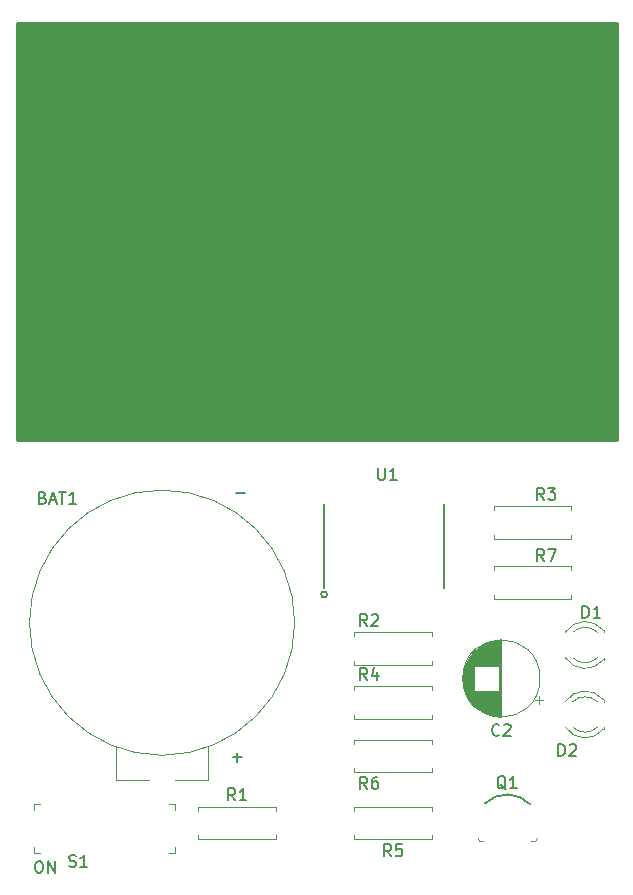
<source format=gto>
G04 #@! TF.GenerationSoftware,KiCad,Pcbnew,5.1.0-060a0da~80~ubuntu16.04.1*
G04 #@! TF.CreationDate,2019-04-04T16:50:19+05:30*
G04 #@! TF.ProjectId,555_Badge,3535355f-4261-4646-9765-2e6b69636164,v01*
G04 #@! TF.SameCoordinates,Original*
G04 #@! TF.FileFunction,Legend,Top*
G04 #@! TF.FilePolarity,Positive*
%FSLAX46Y46*%
G04 Gerber Fmt 4.6, Leading zero omitted, Abs format (unit mm)*
G04 Created by KiCad (PCBNEW 5.1.0-060a0da~80~ubuntu16.04.1) date 2019-04-04 16:50:19*
%MOMM*%
%LPD*%
G04 APERTURE LIST*
%ADD10C,0.150000*%
%ADD11C,0.100000*%
%ADD12C,0.120000*%
%ADD13C,0.203200*%
%ADD14C,0.254000*%
G04 APERTURE END LIST*
D10*
X130190952Y-124674380D02*
X130381428Y-124674380D01*
X130476666Y-124722000D01*
X130571904Y-124817238D01*
X130619523Y-125007714D01*
X130619523Y-125341047D01*
X130571904Y-125531523D01*
X130476666Y-125626761D01*
X130381428Y-125674380D01*
X130190952Y-125674380D01*
X130095714Y-125626761D01*
X130000476Y-125531523D01*
X129952857Y-125341047D01*
X129952857Y-125007714D01*
X130000476Y-124817238D01*
X130095714Y-124722000D01*
X130190952Y-124674380D01*
X131048095Y-125674380D02*
X131048095Y-124674380D01*
X131619523Y-125674380D01*
X131619523Y-124674380D01*
X146685047Y-115895428D02*
X147446952Y-115895428D01*
X147066000Y-116276380D02*
X147066000Y-115514476D01*
X146939047Y-93543428D02*
X147700952Y-93543428D01*
D11*
X136804400Y-117805200D02*
X139649200Y-117805200D01*
X144627600Y-117805200D02*
X141782800Y-117805200D01*
X136804400Y-115062000D02*
X136804400Y-117805200D01*
X144627600Y-115062000D02*
X144627600Y-117805200D01*
X151942800Y-104495600D02*
G75*
G03X151942800Y-104495600I-11226800J0D01*
G01*
D12*
X172708000Y-109220000D02*
G75*
G03X172708000Y-109220000I-3270000J0D01*
G01*
X169438000Y-112450000D02*
X169438000Y-105990000D01*
X169398000Y-112450000D02*
X169398000Y-105990000D01*
X169358000Y-112450000D02*
X169358000Y-105990000D01*
X169318000Y-112448000D02*
X169318000Y-105992000D01*
X169278000Y-112447000D02*
X169278000Y-105993000D01*
X169238000Y-112444000D02*
X169238000Y-105996000D01*
X169198000Y-112442000D02*
X169198000Y-110260000D01*
X169198000Y-108180000D02*
X169198000Y-105998000D01*
X169158000Y-112438000D02*
X169158000Y-110260000D01*
X169158000Y-108180000D02*
X169158000Y-106002000D01*
X169118000Y-112435000D02*
X169118000Y-110260000D01*
X169118000Y-108180000D02*
X169118000Y-106005000D01*
X169078000Y-112431000D02*
X169078000Y-110260000D01*
X169078000Y-108180000D02*
X169078000Y-106009000D01*
X169038000Y-112426000D02*
X169038000Y-110260000D01*
X169038000Y-108180000D02*
X169038000Y-106014000D01*
X168998000Y-112421000D02*
X168998000Y-110260000D01*
X168998000Y-108180000D02*
X168998000Y-106019000D01*
X168958000Y-112415000D02*
X168958000Y-110260000D01*
X168958000Y-108180000D02*
X168958000Y-106025000D01*
X168918000Y-112409000D02*
X168918000Y-110260000D01*
X168918000Y-108180000D02*
X168918000Y-106031000D01*
X168878000Y-112402000D02*
X168878000Y-110260000D01*
X168878000Y-108180000D02*
X168878000Y-106038000D01*
X168838000Y-112395000D02*
X168838000Y-110260000D01*
X168838000Y-108180000D02*
X168838000Y-106045000D01*
X168798000Y-112387000D02*
X168798000Y-110260000D01*
X168798000Y-108180000D02*
X168798000Y-106053000D01*
X168758000Y-112379000D02*
X168758000Y-110260000D01*
X168758000Y-108180000D02*
X168758000Y-106061000D01*
X168717000Y-112370000D02*
X168717000Y-110260000D01*
X168717000Y-108180000D02*
X168717000Y-106070000D01*
X168677000Y-112361000D02*
X168677000Y-110260000D01*
X168677000Y-108180000D02*
X168677000Y-106079000D01*
X168637000Y-112351000D02*
X168637000Y-110260000D01*
X168637000Y-108180000D02*
X168637000Y-106089000D01*
X168597000Y-112341000D02*
X168597000Y-110260000D01*
X168597000Y-108180000D02*
X168597000Y-106099000D01*
X168557000Y-112330000D02*
X168557000Y-110260000D01*
X168557000Y-108180000D02*
X168557000Y-106110000D01*
X168517000Y-112318000D02*
X168517000Y-110260000D01*
X168517000Y-108180000D02*
X168517000Y-106122000D01*
X168477000Y-112306000D02*
X168477000Y-110260000D01*
X168477000Y-108180000D02*
X168477000Y-106134000D01*
X168437000Y-112294000D02*
X168437000Y-110260000D01*
X168437000Y-108180000D02*
X168437000Y-106146000D01*
X168397000Y-112281000D02*
X168397000Y-110260000D01*
X168397000Y-108180000D02*
X168397000Y-106159000D01*
X168357000Y-112267000D02*
X168357000Y-110260000D01*
X168357000Y-108180000D02*
X168357000Y-106173000D01*
X168317000Y-112253000D02*
X168317000Y-110260000D01*
X168317000Y-108180000D02*
X168317000Y-106187000D01*
X168277000Y-112238000D02*
X168277000Y-110260000D01*
X168277000Y-108180000D02*
X168277000Y-106202000D01*
X168237000Y-112222000D02*
X168237000Y-110260000D01*
X168237000Y-108180000D02*
X168237000Y-106218000D01*
X168197000Y-112206000D02*
X168197000Y-110260000D01*
X168197000Y-108180000D02*
X168197000Y-106234000D01*
X168157000Y-112190000D02*
X168157000Y-110260000D01*
X168157000Y-108180000D02*
X168157000Y-106250000D01*
X168117000Y-112172000D02*
X168117000Y-110260000D01*
X168117000Y-108180000D02*
X168117000Y-106268000D01*
X168077000Y-112154000D02*
X168077000Y-110260000D01*
X168077000Y-108180000D02*
X168077000Y-106286000D01*
X168037000Y-112136000D02*
X168037000Y-110260000D01*
X168037000Y-108180000D02*
X168037000Y-106304000D01*
X167997000Y-112116000D02*
X167997000Y-110260000D01*
X167997000Y-108180000D02*
X167997000Y-106324000D01*
X167957000Y-112096000D02*
X167957000Y-110260000D01*
X167957000Y-108180000D02*
X167957000Y-106344000D01*
X167917000Y-112076000D02*
X167917000Y-110260000D01*
X167917000Y-108180000D02*
X167917000Y-106364000D01*
X167877000Y-112054000D02*
X167877000Y-110260000D01*
X167877000Y-108180000D02*
X167877000Y-106386000D01*
X167837000Y-112032000D02*
X167837000Y-110260000D01*
X167837000Y-108180000D02*
X167837000Y-106408000D01*
X167797000Y-112010000D02*
X167797000Y-110260000D01*
X167797000Y-108180000D02*
X167797000Y-106430000D01*
X167757000Y-111986000D02*
X167757000Y-110260000D01*
X167757000Y-108180000D02*
X167757000Y-106454000D01*
X167717000Y-111962000D02*
X167717000Y-110260000D01*
X167717000Y-108180000D02*
X167717000Y-106478000D01*
X167677000Y-111936000D02*
X167677000Y-110260000D01*
X167677000Y-108180000D02*
X167677000Y-106504000D01*
X167637000Y-111910000D02*
X167637000Y-110260000D01*
X167637000Y-108180000D02*
X167637000Y-106530000D01*
X167597000Y-111884000D02*
X167597000Y-110260000D01*
X167597000Y-108180000D02*
X167597000Y-106556000D01*
X167557000Y-111856000D02*
X167557000Y-110260000D01*
X167557000Y-108180000D02*
X167557000Y-106584000D01*
X167517000Y-111827000D02*
X167517000Y-110260000D01*
X167517000Y-108180000D02*
X167517000Y-106613000D01*
X167477000Y-111798000D02*
X167477000Y-110260000D01*
X167477000Y-108180000D02*
X167477000Y-106642000D01*
X167437000Y-111768000D02*
X167437000Y-110260000D01*
X167437000Y-108180000D02*
X167437000Y-106672000D01*
X167397000Y-111736000D02*
X167397000Y-110260000D01*
X167397000Y-108180000D02*
X167397000Y-106704000D01*
X167357000Y-111704000D02*
X167357000Y-110260000D01*
X167357000Y-108180000D02*
X167357000Y-106736000D01*
X167317000Y-111670000D02*
X167317000Y-110260000D01*
X167317000Y-108180000D02*
X167317000Y-106770000D01*
X167277000Y-111636000D02*
X167277000Y-110260000D01*
X167277000Y-108180000D02*
X167277000Y-106804000D01*
X167237000Y-111600000D02*
X167237000Y-110260000D01*
X167237000Y-108180000D02*
X167237000Y-106840000D01*
X167197000Y-111563000D02*
X167197000Y-110260000D01*
X167197000Y-108180000D02*
X167197000Y-106877000D01*
X167157000Y-111525000D02*
X167157000Y-110260000D01*
X167157000Y-108180000D02*
X167157000Y-106915000D01*
X167117000Y-111485000D02*
X167117000Y-106955000D01*
X167077000Y-111444000D02*
X167077000Y-106996000D01*
X167037000Y-111402000D02*
X167037000Y-107038000D01*
X166997000Y-111357000D02*
X166997000Y-107083000D01*
X166957000Y-111312000D02*
X166957000Y-107128000D01*
X166917000Y-111264000D02*
X166917000Y-107176000D01*
X166877000Y-111215000D02*
X166877000Y-107225000D01*
X166837000Y-111164000D02*
X166837000Y-107276000D01*
X166797000Y-111110000D02*
X166797000Y-107330000D01*
X166757000Y-111054000D02*
X166757000Y-107386000D01*
X166717000Y-110996000D02*
X166717000Y-107444000D01*
X166677000Y-110934000D02*
X166677000Y-107506000D01*
X166637000Y-110870000D02*
X166637000Y-107570000D01*
X166597000Y-110801000D02*
X166597000Y-107639000D01*
X166557000Y-110729000D02*
X166557000Y-107711000D01*
X166517000Y-110652000D02*
X166517000Y-107788000D01*
X166477000Y-110570000D02*
X166477000Y-107870000D01*
X166437000Y-110482000D02*
X166437000Y-107958000D01*
X166397000Y-110385000D02*
X166397000Y-108055000D01*
X166357000Y-110279000D02*
X166357000Y-108161000D01*
X166317000Y-110160000D02*
X166317000Y-108280000D01*
X166277000Y-110022000D02*
X166277000Y-108418000D01*
X166237000Y-109853000D02*
X166237000Y-108587000D01*
X166197000Y-109622000D02*
X166197000Y-108818000D01*
X172938241Y-111059000D02*
X172308241Y-111059000D01*
X172623241Y-111374000D02*
X172623241Y-110744000D01*
X174857665Y-107465609D02*
G75*
G03X178090000Y-107622517I1672335J1078608D01*
G01*
X174857665Y-105308393D02*
G75*
G02X178090000Y-105151485I1672335J-1078608D01*
G01*
X175488870Y-107466838D02*
G75*
G03X177570961Y-107467001I1041130J1079837D01*
G01*
X175488870Y-105307164D02*
G75*
G02X177570961Y-105307001I1041130J-1079837D01*
G01*
X178090000Y-107623001D02*
X178090000Y-107467001D01*
X178090000Y-105307001D02*
X178090000Y-105151001D01*
X178090000Y-111188000D02*
X178090000Y-111032000D01*
X178090000Y-113504000D02*
X178090000Y-113348000D01*
X175488870Y-111188163D02*
G75*
G02X177570961Y-111188000I1041130J-1079837D01*
G01*
X175488870Y-113347837D02*
G75*
G03X177570961Y-113348000I1041130J1079837D01*
G01*
X174857665Y-111189392D02*
G75*
G02X178090000Y-111032484I1672335J-1078608D01*
G01*
X174857665Y-113346608D02*
G75*
G03X178090000Y-113503516I1672335J1078608D01*
G01*
D10*
X171876000Y-119862000D02*
G75*
G03X168026000Y-119812000I-1950000J-1900000D01*
G01*
D11*
X172276000Y-123012000D02*
X172426000Y-122712000D01*
X172276000Y-123012000D02*
X171976000Y-123012000D01*
X167876000Y-123012000D02*
X167576000Y-123012000D01*
X167576000Y-123012000D02*
X167426000Y-122712000D01*
D12*
X143797001Y-120407001D02*
X143797001Y-120077001D01*
X143797001Y-120077001D02*
X150337001Y-120077001D01*
X150337001Y-120077001D02*
X150337001Y-120407001D01*
X143797001Y-122487001D02*
X143797001Y-122817001D01*
X143797001Y-122817001D02*
X150337001Y-122817001D01*
X150337001Y-122817001D02*
X150337001Y-122487001D01*
X163544000Y-108050000D02*
X163544000Y-107720000D01*
X157004000Y-108050000D02*
X163544000Y-108050000D01*
X157004000Y-107720000D02*
X157004000Y-108050000D01*
X163544000Y-105310000D02*
X163544000Y-105640000D01*
X157004000Y-105310000D02*
X163544000Y-105310000D01*
X157004000Y-105640000D02*
X157004000Y-105310000D01*
X168777001Y-94972000D02*
X168777001Y-94642000D01*
X168777001Y-94642000D02*
X175317001Y-94642000D01*
X175317001Y-94642000D02*
X175317001Y-94972000D01*
X168777001Y-97052000D02*
X168777001Y-97382000D01*
X168777001Y-97382000D02*
X175317001Y-97382000D01*
X175317001Y-97382000D02*
X175317001Y-97052000D01*
X163544000Y-112622000D02*
X163544000Y-112292000D01*
X157004000Y-112622000D02*
X163544000Y-112622000D01*
X157004000Y-112292000D02*
X157004000Y-112622000D01*
X163544000Y-109882000D02*
X163544000Y-110212000D01*
X157004000Y-109882000D02*
X163544000Y-109882000D01*
X157004000Y-110212000D02*
X157004000Y-109882000D01*
X163544000Y-122487001D02*
X163544000Y-122817001D01*
X163544000Y-122817001D02*
X157004000Y-122817001D01*
X157004000Y-122817001D02*
X157004000Y-122487001D01*
X163544000Y-120407001D02*
X163544000Y-120077001D01*
X163544000Y-120077001D02*
X157004000Y-120077001D01*
X157004000Y-120077001D02*
X157004000Y-120407001D01*
X163544000Y-117147001D02*
X163544000Y-116817001D01*
X157004000Y-117147001D02*
X163544000Y-117147001D01*
X157004000Y-116817001D02*
X157004000Y-117147001D01*
X163544000Y-114407001D02*
X163544000Y-114737001D01*
X157004000Y-114407001D02*
X163544000Y-114407001D01*
X157004000Y-114737001D02*
X157004000Y-114407001D01*
X168777001Y-100052000D02*
X168777001Y-99722000D01*
X168777001Y-99722000D02*
X175317001Y-99722000D01*
X175317001Y-99722000D02*
X175317001Y-100052000D01*
X168777001Y-102132000D02*
X168777001Y-102462000D01*
X168777001Y-102462000D02*
X175317001Y-102462000D01*
X175317001Y-102462000D02*
X175317001Y-102132000D01*
D11*
X129876000Y-119820000D02*
X130376000Y-119820000D01*
X129876000Y-119820000D02*
X129876000Y-120320000D01*
X141776000Y-119820000D02*
X141276000Y-119820000D01*
X141776000Y-119820000D02*
X141776000Y-120320000D01*
X141776000Y-124020000D02*
X141276000Y-124020000D01*
X141776000Y-124020000D02*
X141776000Y-123520000D01*
X129876000Y-124020000D02*
X129876000Y-123520000D01*
X129876000Y-124020000D02*
X130376000Y-124020000D01*
D13*
X154432000Y-101600000D02*
X154432000Y-94488000D01*
X164592000Y-101600000D02*
X164592000Y-94488000D01*
X154686000Y-102108000D02*
G75*
G03X154686000Y-102108000I-254000J0D01*
G01*
D10*
X130611714Y-93908571D02*
X130754571Y-93956190D01*
X130802190Y-94003809D01*
X130849809Y-94099047D01*
X130849809Y-94241904D01*
X130802190Y-94337142D01*
X130754571Y-94384761D01*
X130659333Y-94432380D01*
X130278380Y-94432380D01*
X130278380Y-93432380D01*
X130611714Y-93432380D01*
X130706952Y-93480000D01*
X130754571Y-93527619D01*
X130802190Y-93622857D01*
X130802190Y-93718095D01*
X130754571Y-93813333D01*
X130706952Y-93860952D01*
X130611714Y-93908571D01*
X130278380Y-93908571D01*
X131230761Y-94146666D02*
X131706952Y-94146666D01*
X131135523Y-94432380D02*
X131468857Y-93432380D01*
X131802190Y-94432380D01*
X131992666Y-93432380D02*
X132564095Y-93432380D01*
X132278380Y-94432380D02*
X132278380Y-93432380D01*
X133421238Y-94432380D02*
X132849809Y-94432380D01*
X133135523Y-94432380D02*
X133135523Y-93432380D01*
X133040285Y-93575238D01*
X132945047Y-93670476D01*
X132849809Y-93718095D01*
X169271333Y-113977142D02*
X169223714Y-114024761D01*
X169080857Y-114072380D01*
X168985619Y-114072380D01*
X168842761Y-114024761D01*
X168747523Y-113929523D01*
X168699904Y-113834285D01*
X168652285Y-113643809D01*
X168652285Y-113500952D01*
X168699904Y-113310476D01*
X168747523Y-113215238D01*
X168842761Y-113120000D01*
X168985619Y-113072380D01*
X169080857Y-113072380D01*
X169223714Y-113120000D01*
X169271333Y-113167619D01*
X169652285Y-113167619D02*
X169699904Y-113120000D01*
X169795142Y-113072380D01*
X170033238Y-113072380D01*
X170128476Y-113120000D01*
X170176095Y-113167619D01*
X170223714Y-113262857D01*
X170223714Y-113358095D01*
X170176095Y-113500952D01*
X169604666Y-114072380D01*
X170223714Y-114072380D01*
X176299904Y-104084380D02*
X176299904Y-103084380D01*
X176538000Y-103084380D01*
X176680857Y-103132000D01*
X176776095Y-103227238D01*
X176823714Y-103322476D01*
X176871333Y-103512952D01*
X176871333Y-103655809D01*
X176823714Y-103846285D01*
X176776095Y-103941523D01*
X176680857Y-104036761D01*
X176538000Y-104084380D01*
X176299904Y-104084380D01*
X177823714Y-104084380D02*
X177252285Y-104084380D01*
X177538000Y-104084380D02*
X177538000Y-103084380D01*
X177442761Y-103227238D01*
X177347523Y-103322476D01*
X177252285Y-103370095D01*
X174267904Y-115768380D02*
X174267904Y-114768380D01*
X174506000Y-114768380D01*
X174648857Y-114816000D01*
X174744095Y-114911238D01*
X174791714Y-115006476D01*
X174839333Y-115196952D01*
X174839333Y-115339809D01*
X174791714Y-115530285D01*
X174744095Y-115625523D01*
X174648857Y-115720761D01*
X174506000Y-115768380D01*
X174267904Y-115768380D01*
X175220285Y-114863619D02*
X175267904Y-114816000D01*
X175363142Y-114768380D01*
X175601238Y-114768380D01*
X175696476Y-114816000D01*
X175744095Y-114863619D01*
X175791714Y-114958857D01*
X175791714Y-115054095D01*
X175744095Y-115196952D01*
X175172666Y-115768380D01*
X175791714Y-115768380D01*
X169830761Y-118609619D02*
X169735523Y-118562000D01*
X169640285Y-118466761D01*
X169497428Y-118323904D01*
X169402190Y-118276285D01*
X169306952Y-118276285D01*
X169354571Y-118514380D02*
X169259333Y-118466761D01*
X169164095Y-118371523D01*
X169116476Y-118181047D01*
X169116476Y-117847714D01*
X169164095Y-117657238D01*
X169259333Y-117562000D01*
X169354571Y-117514380D01*
X169545047Y-117514380D01*
X169640285Y-117562000D01*
X169735523Y-117657238D01*
X169783142Y-117847714D01*
X169783142Y-118181047D01*
X169735523Y-118371523D01*
X169640285Y-118466761D01*
X169545047Y-118514380D01*
X169354571Y-118514380D01*
X170735523Y-118514380D02*
X170164095Y-118514380D01*
X170449809Y-118514380D02*
X170449809Y-117514380D01*
X170354571Y-117657238D01*
X170259333Y-117752476D01*
X170164095Y-117800095D01*
X146900334Y-119529381D02*
X146567001Y-119053191D01*
X146328905Y-119529381D02*
X146328905Y-118529381D01*
X146709858Y-118529381D01*
X146805096Y-118577001D01*
X146852715Y-118624620D01*
X146900334Y-118719858D01*
X146900334Y-118862715D01*
X146852715Y-118957953D01*
X146805096Y-119005572D01*
X146709858Y-119053191D01*
X146328905Y-119053191D01*
X147852715Y-119529381D02*
X147281286Y-119529381D01*
X147567001Y-119529381D02*
X147567001Y-118529381D01*
X147471762Y-118672239D01*
X147376524Y-118767477D01*
X147281286Y-118815096D01*
X158075333Y-104762380D02*
X157742000Y-104286190D01*
X157503904Y-104762380D02*
X157503904Y-103762380D01*
X157884857Y-103762380D01*
X157980095Y-103810000D01*
X158027714Y-103857619D01*
X158075333Y-103952857D01*
X158075333Y-104095714D01*
X158027714Y-104190952D01*
X157980095Y-104238571D01*
X157884857Y-104286190D01*
X157503904Y-104286190D01*
X158456285Y-103857619D02*
X158503904Y-103810000D01*
X158599142Y-103762380D01*
X158837238Y-103762380D01*
X158932476Y-103810000D01*
X158980095Y-103857619D01*
X159027714Y-103952857D01*
X159027714Y-104048095D01*
X158980095Y-104190952D01*
X158408666Y-104762380D01*
X159027714Y-104762380D01*
X173061333Y-94094380D02*
X172728000Y-93618190D01*
X172489904Y-94094380D02*
X172489904Y-93094380D01*
X172870857Y-93094380D01*
X172966095Y-93142000D01*
X173013714Y-93189619D01*
X173061333Y-93284857D01*
X173061333Y-93427714D01*
X173013714Y-93522952D01*
X172966095Y-93570571D01*
X172870857Y-93618190D01*
X172489904Y-93618190D01*
X173394666Y-93094380D02*
X174013714Y-93094380D01*
X173680380Y-93475333D01*
X173823238Y-93475333D01*
X173918476Y-93522952D01*
X173966095Y-93570571D01*
X174013714Y-93665809D01*
X174013714Y-93903904D01*
X173966095Y-93999142D01*
X173918476Y-94046761D01*
X173823238Y-94094380D01*
X173537523Y-94094380D01*
X173442285Y-94046761D01*
X173394666Y-93999142D01*
X158075333Y-109334380D02*
X157742000Y-108858190D01*
X157503904Y-109334380D02*
X157503904Y-108334380D01*
X157884857Y-108334380D01*
X157980095Y-108382000D01*
X158027714Y-108429619D01*
X158075333Y-108524857D01*
X158075333Y-108667714D01*
X158027714Y-108762952D01*
X157980095Y-108810571D01*
X157884857Y-108858190D01*
X157503904Y-108858190D01*
X158932476Y-108667714D02*
X158932476Y-109334380D01*
X158694380Y-108286761D02*
X158456285Y-109001047D01*
X159075333Y-109001047D01*
X160107333Y-124269381D02*
X159774000Y-123793191D01*
X159535904Y-124269381D02*
X159535904Y-123269381D01*
X159916857Y-123269381D01*
X160012095Y-123317001D01*
X160059714Y-123364620D01*
X160107333Y-123459858D01*
X160107333Y-123602715D01*
X160059714Y-123697953D01*
X160012095Y-123745572D01*
X159916857Y-123793191D01*
X159535904Y-123793191D01*
X161012095Y-123269381D02*
X160535904Y-123269381D01*
X160488285Y-123745572D01*
X160535904Y-123697953D01*
X160631142Y-123650334D01*
X160869238Y-123650334D01*
X160964476Y-123697953D01*
X161012095Y-123745572D01*
X161059714Y-123840810D01*
X161059714Y-124078905D01*
X161012095Y-124174143D01*
X160964476Y-124221762D01*
X160869238Y-124269381D01*
X160631142Y-124269381D01*
X160535904Y-124221762D01*
X160488285Y-124174143D01*
X158075333Y-118562380D02*
X157742000Y-118086190D01*
X157503904Y-118562380D02*
X157503904Y-117562380D01*
X157884857Y-117562380D01*
X157980095Y-117610000D01*
X158027714Y-117657619D01*
X158075333Y-117752857D01*
X158075333Y-117895714D01*
X158027714Y-117990952D01*
X157980095Y-118038571D01*
X157884857Y-118086190D01*
X157503904Y-118086190D01*
X158932476Y-117562380D02*
X158742000Y-117562380D01*
X158646761Y-117610000D01*
X158599142Y-117657619D01*
X158503904Y-117800476D01*
X158456285Y-117990952D01*
X158456285Y-118371904D01*
X158503904Y-118467142D01*
X158551523Y-118514761D01*
X158646761Y-118562380D01*
X158837238Y-118562380D01*
X158932476Y-118514761D01*
X158980095Y-118467142D01*
X159027714Y-118371904D01*
X159027714Y-118133809D01*
X158980095Y-118038571D01*
X158932476Y-117990952D01*
X158837238Y-117943333D01*
X158646761Y-117943333D01*
X158551523Y-117990952D01*
X158503904Y-118038571D01*
X158456285Y-118133809D01*
X173061333Y-99258380D02*
X172728000Y-98782190D01*
X172489904Y-99258380D02*
X172489904Y-98258380D01*
X172870857Y-98258380D01*
X172966095Y-98306000D01*
X173013714Y-98353619D01*
X173061333Y-98448857D01*
X173061333Y-98591714D01*
X173013714Y-98686952D01*
X172966095Y-98734571D01*
X172870857Y-98782190D01*
X172489904Y-98782190D01*
X173394666Y-98258380D02*
X174061333Y-98258380D01*
X173632761Y-99258380D01*
X132842095Y-125118761D02*
X132984952Y-125166380D01*
X133223047Y-125166380D01*
X133318285Y-125118761D01*
X133365904Y-125071142D01*
X133413523Y-124975904D01*
X133413523Y-124880666D01*
X133365904Y-124785428D01*
X133318285Y-124737809D01*
X133223047Y-124690190D01*
X133032571Y-124642571D01*
X132937333Y-124594952D01*
X132889714Y-124547333D01*
X132842095Y-124452095D01*
X132842095Y-124356857D01*
X132889714Y-124261619D01*
X132937333Y-124214000D01*
X133032571Y-124166380D01*
X133270666Y-124166380D01*
X133413523Y-124214000D01*
X134365904Y-125166380D02*
X133794476Y-125166380D01*
X134080190Y-125166380D02*
X134080190Y-124166380D01*
X133984952Y-124309238D01*
X133889714Y-124404476D01*
X133794476Y-124452095D01*
X159004095Y-91400380D02*
X159004095Y-92209904D01*
X159051714Y-92305142D01*
X159099333Y-92352761D01*
X159194571Y-92400380D01*
X159385047Y-92400380D01*
X159480285Y-92352761D01*
X159527904Y-92305142D01*
X159575523Y-92209904D01*
X159575523Y-91400380D01*
X160575523Y-92400380D02*
X160004095Y-92400380D01*
X160289809Y-92400380D02*
X160289809Y-91400380D01*
X160194571Y-91543238D01*
X160099333Y-91638476D01*
X160004095Y-91686095D01*
D14*
G36*
X179197000Y-89027000D02*
G01*
X128397000Y-89027000D01*
X128397000Y-53721000D01*
X179197000Y-53721000D01*
X179197000Y-89027000D01*
X179197000Y-89027000D01*
G37*
X179197000Y-89027000D02*
X128397000Y-89027000D01*
X128397000Y-53721000D01*
X179197000Y-53721000D01*
X179197000Y-89027000D01*
M02*

</source>
